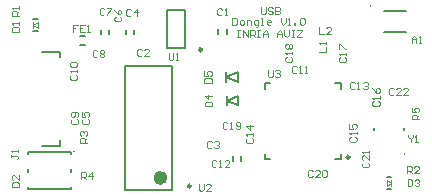
<source format=gto>
%FSAX44Y44*%
%MOMM*%
G71*
G01*
G75*
G04 Layer_Color=65535*
%ADD10R,0.6000X0.5000*%
%ADD11R,0.5000X0.6000*%
%ADD12R,2.1000X1.4750*%
%ADD13R,1.3800X0.4500*%
%ADD14R,1.9000X1.1750*%
%ADD15R,1.9000X2.3750*%
%ADD16R,0.7000X0.9000*%
%ADD17R,0.9000X0.7000*%
%ADD18O,1.8000X0.4500*%
%ADD19O,2.1000X0.3500*%
%ADD20R,0.6000X0.6000*%
%ADD21R,1.1500X1.4000*%
%ADD22R,1.0000X2.0000*%
%ADD23R,1.4000X0.7000*%
%ADD24O,0.8000X0.2000*%
%ADD25O,0.2000X0.8000*%
%ADD26R,4.6000X4.6000*%
%ADD27C,0.2000*%
%ADD28C,0.3000*%
%ADD29C,0.5000*%
%ADD30C,0.6000*%
%ADD31C,1.0160*%
G04:AMPARAMS|DCode=32|XSize=1.4mm|YSize=1.4mm|CornerRadius=0mm|HoleSize=0mm|Usage=FLASHONLY|Rotation=0.000|XOffset=0mm|YOffset=0mm|HoleType=Round|Shape=Relief|Width=0.15mm|Gap=0.15mm|Entries=4|*
%AMTHD32*
7,0,0,1.4000,1.1000,0.1500,45*
%
%ADD32THD32*%
%ADD33C,1.3000*%
%ADD34C,0.2500*%
%ADD35C,0.6000*%
%ADD36C,0.1250*%
D27*
X00588510Y00287260D02*
G03*
X00588510Y00287260I-00000010J00000000D01*
G01*
X00559510Y00412500D02*
G03*
X00559510Y00412500I-00000010J00000000D01*
G01*
X00309010Y00289250D02*
G03*
X00309010Y00289250I-00000010J00000000D01*
G01*
X00297000Y00369000D02*
Y00374000D01*
X00282000D02*
X00297000D01*
Y00294000D02*
Y00299000D01*
X00282000Y00294000D02*
X00297000D01*
X00314000Y00386750D02*
X00318000D01*
X00314000Y00379750D02*
X00318000D01*
X00338500Y00388500D02*
Y00392500D01*
X00331500Y00388500D02*
Y00392500D01*
X00359750Y00388500D02*
Y00392500D01*
X00352750Y00388500D02*
Y00392500D01*
X00387250Y00409000D02*
X00402750D01*
X00387250Y00377000D02*
X00402750D01*
X00387250D02*
Y00409000D01*
X00402750Y00377000D02*
Y00409000D01*
X00352000Y00362000D02*
X00392000D01*
X00352000Y00257000D02*
X00392000D01*
X00352000D02*
Y00362000D01*
X00392000Y00257000D02*
Y00362000D01*
X00437750Y00348250D02*
Y00356250D01*
X00447750Y00348250D02*
Y00356250D01*
X00437750Y00352250D02*
X00447750Y00348250D01*
X00437750Y00352250D02*
X00447750Y00356250D01*
X00438000Y00328500D02*
Y00336500D01*
X00448000Y00328500D02*
Y00336500D01*
X00438000Y00332500D02*
X00448000Y00328500D01*
X00438000Y00332500D02*
X00448000Y00336500D01*
X00588500Y00307250D02*
Y00309250D01*
X00562500Y00307250D02*
Y00309250D01*
X00571500Y00408500D02*
X00589500D01*
X00571500Y00390500D02*
X00589500D01*
X00270000Y00287250D02*
Y00289250D01*
X00306000D01*
Y00287250D02*
Y00289250D01*
Y00257250D02*
Y00259250D01*
X00270000Y00257250D02*
X00306000D01*
X00270000D02*
Y00259250D01*
X00306000Y00272250D02*
Y00274250D01*
X00270000Y00272250D02*
Y00274250D01*
X00450250Y00281250D02*
Y00285250D01*
X00443250Y00281250D02*
Y00285250D01*
X00431000Y00388750D02*
Y00392750D01*
X00438000Y00388750D02*
Y00392750D01*
X00274500Y00391250D02*
X00278500D01*
X00274500Y00401250D02*
X00278500D01*
X00573500Y00267750D02*
X00577500D01*
X00573500Y00257750D02*
X00577500D01*
X00534500Y00283000D02*
Y00287500D01*
X00530000Y00283000D02*
X00534500D01*
X00470500D02*
X00475000D01*
X00470500D02*
Y00287500D01*
Y00342500D02*
Y00347000D01*
X00475000D01*
X00534500Y00342500D02*
Y00347000D01*
X00530000D02*
X00534500D01*
D34*
X00417000Y00375500D02*
G03*
X00417000Y00375500I-00001250J00000000D01*
G01*
X00407750Y00260000D02*
G03*
X00407750Y00260000I-00001250J00000000D01*
G01*
X00542250Y00284500D02*
G03*
X00542250Y00284500I-00001250J00000000D01*
G01*
D35*
X00385000Y00267000D02*
G03*
X00385000Y00267000I-00003000J00000000D01*
G01*
D36*
X00274500Y00396250D02*
X00278500Y00398750D01*
Y00393750D02*
Y00398750D01*
X00274500Y00396250D02*
X00278500Y00393750D01*
X00274500Y00393750D02*
Y00398750D01*
X00573500Y00260250D02*
X00577500Y00262750D01*
X00573500Y00260250D02*
Y00265250D01*
X00577500Y00262750D01*
Y00260250D02*
Y00265250D01*
X00590750Y00270750D02*
Y00276748D01*
X00593749D01*
X00594749Y00275748D01*
Y00273749D01*
X00593749Y00272749D01*
X00590750D01*
X00592749D02*
X00594749Y00270750D01*
X00600747D02*
X00596748D01*
X00600747Y00274749D01*
Y00275748D01*
X00599747Y00276748D01*
X00597748D01*
X00596748Y00275748D01*
X00591250Y00265748D02*
Y00259750D01*
X00594249D01*
X00595249Y00260750D01*
Y00264748D01*
X00594249Y00265748D01*
X00591250D01*
X00597248Y00264748D02*
X00598248Y00265748D01*
X00600247D01*
X00601247Y00264748D01*
Y00263749D01*
X00600247Y00262749D01*
X00599247D01*
X00600247D01*
X00601247Y00261749D01*
Y00260750D01*
X00600247Y00259750D01*
X00598248D01*
X00597248Y00260750D01*
X00594750Y00381500D02*
Y00385499D01*
X00596749Y00387498D01*
X00598749Y00385499D01*
Y00381500D01*
Y00384499D01*
X00594750D01*
X00600748Y00381500D02*
X00602747D01*
X00601748D01*
Y00387498D01*
X00600748Y00386498D01*
X00366499Y00375248D02*
X00365499Y00376248D01*
X00363500D01*
X00362500Y00375248D01*
Y00371250D01*
X00363500Y00370250D01*
X00365499D01*
X00366499Y00371250D01*
X00372497Y00370250D02*
X00368498D01*
X00372497Y00374249D01*
Y00375248D01*
X00371497Y00376248D01*
X00369498D01*
X00368498Y00375248D01*
X00425499Y00296998D02*
X00424499Y00297998D01*
X00422500D01*
X00421500Y00296998D01*
Y00293000D01*
X00422500Y00292000D01*
X00424499D01*
X00425499Y00293000D01*
X00427498Y00296998D02*
X00428498Y00297998D01*
X00430497D01*
X00431497Y00296998D01*
Y00295999D01*
X00430497Y00294999D01*
X00429497D01*
X00430497D01*
X00431497Y00293999D01*
Y00293000D01*
X00430497Y00292000D01*
X00428498D01*
X00427498Y00293000D01*
X00434249Y00409498D02*
X00433249Y00410498D01*
X00431250D01*
X00430250Y00409498D01*
Y00405500D01*
X00431250Y00404500D01*
X00433249D01*
X00434249Y00405500D01*
X00436248Y00404500D02*
X00438247D01*
X00437248D01*
Y00410498D01*
X00436248Y00409498D01*
X00357249Y00409248D02*
X00356249Y00410248D01*
X00354250D01*
X00353250Y00409248D01*
Y00405250D01*
X00354250Y00404250D01*
X00356249D01*
X00357249Y00405250D01*
X00362247Y00404250D02*
Y00410248D01*
X00359248Y00407249D01*
X00363247D01*
X00316502Y00316749D02*
X00315502Y00315749D01*
Y00313750D01*
X00316502Y00312750D01*
X00320500D01*
X00321500Y00313750D01*
Y00315749D01*
X00320500Y00316749D01*
X00315502Y00322747D02*
Y00318748D01*
X00318501D01*
X00317501Y00320747D01*
Y00321747D01*
X00318501Y00322747D01*
X00320500D01*
X00321500Y00321747D01*
Y00319748D01*
X00320500Y00318748D01*
X00344002Y00403499D02*
X00343002Y00402499D01*
Y00400500D01*
X00344002Y00399500D01*
X00348000D01*
X00349000Y00400500D01*
Y00402499D01*
X00348000Y00403499D01*
X00343002Y00409497D02*
X00344002Y00407497D01*
X00346001Y00405498D01*
X00348000D01*
X00349000Y00406498D01*
Y00408497D01*
X00348000Y00409497D01*
X00347001D01*
X00346001Y00408497D01*
Y00405498D01*
X00334499Y00409998D02*
X00333499Y00410998D01*
X00331500D01*
X00330500Y00409998D01*
Y00406000D01*
X00331500Y00405000D01*
X00333499D01*
X00334499Y00406000D01*
X00336498Y00410998D02*
X00340497D01*
Y00409998D01*
X00336498Y00406000D01*
Y00405000D01*
X00328499Y00374248D02*
X00327499Y00375248D01*
X00325500D01*
X00324500Y00374248D01*
Y00370250D01*
X00325500Y00369250D01*
X00327499D01*
X00328499Y00370250D01*
X00330498Y00374248D02*
X00331498Y00375248D01*
X00333497D01*
X00334497Y00374248D01*
Y00373249D01*
X00333497Y00372249D01*
X00334497Y00371249D01*
Y00370250D01*
X00333497Y00369250D01*
X00331498D01*
X00330498Y00370250D01*
Y00371249D01*
X00331498Y00372249D01*
X00330498Y00373249D01*
Y00374248D01*
X00331498Y00372249D02*
X00333497D01*
X00307252Y00316749D02*
X00306252Y00315749D01*
Y00313750D01*
X00307252Y00312750D01*
X00311250D01*
X00312250Y00313750D01*
Y00315749D01*
X00311250Y00316749D01*
Y00318748D02*
X00312250Y00319748D01*
Y00321747D01*
X00311250Y00322747D01*
X00307252D01*
X00306252Y00321747D01*
Y00319748D01*
X00307252Y00318748D01*
X00308251D01*
X00309251Y00319748D01*
Y00322747D01*
X00306502Y00354249D02*
X00305502Y00353249D01*
Y00351250D01*
X00306502Y00350250D01*
X00310500D01*
X00311500Y00351250D01*
Y00353249D01*
X00310500Y00354249D01*
X00311500Y00356248D02*
Y00358247D01*
Y00357248D01*
X00305502D01*
X00306502Y00356248D01*
Y00361246D02*
X00305502Y00362246D01*
Y00364245D01*
X00306502Y00365245D01*
X00310500D01*
X00311500Y00364245D01*
Y00362246D01*
X00310500Y00361246D01*
X00306502D01*
X00553752Y00279999D02*
X00552752Y00278999D01*
Y00277000D01*
X00553752Y00276000D01*
X00557750D01*
X00558750Y00277000D01*
Y00278999D01*
X00557750Y00279999D01*
X00558750Y00285997D02*
Y00281998D01*
X00554751Y00285997D01*
X00553752D01*
X00552752Y00284997D01*
Y00282998D01*
X00553752Y00281998D01*
X00558750Y00287996D02*
Y00289995D01*
Y00288996D01*
X00552752D01*
X00553752Y00287996D01*
X00579749Y00342248D02*
X00578749Y00343248D01*
X00576750D01*
X00575750Y00342248D01*
Y00338250D01*
X00576750Y00337250D01*
X00578749D01*
X00579749Y00338250D01*
X00585747Y00337250D02*
X00581748D01*
X00585747Y00341249D01*
Y00342248D01*
X00584747Y00343248D01*
X00582748D01*
X00581748Y00342248D01*
X00591745Y00337250D02*
X00587746D01*
X00591745Y00341249D01*
Y00342248D01*
X00590745Y00343248D01*
X00588746D01*
X00587746Y00342248D01*
X00429249Y00280998D02*
X00428249Y00281998D01*
X00426250D01*
X00425250Y00280998D01*
Y00277000D01*
X00426250Y00276000D01*
X00428249D01*
X00429249Y00277000D01*
X00431248Y00276000D02*
X00433247D01*
X00432248D01*
Y00281998D01*
X00431248Y00280998D01*
X00440245Y00276000D02*
X00436246D01*
X00440245Y00279999D01*
Y00280998D01*
X00439245Y00281998D01*
X00437246D01*
X00436246Y00280998D01*
X00546499Y00346998D02*
X00545499Y00347998D01*
X00543500D01*
X00542500Y00346998D01*
Y00343000D01*
X00543500Y00342000D01*
X00545499D01*
X00546499Y00343000D01*
X00548498Y00342000D02*
X00550497D01*
X00549498D01*
Y00347998D01*
X00548498Y00346998D01*
X00553496D02*
X00554496Y00347998D01*
X00556496D01*
X00557495Y00346998D01*
Y00345999D01*
X00556496Y00344999D01*
X00555496D01*
X00556496D01*
X00557495Y00343999D01*
Y00343000D01*
X00556496Y00342000D01*
X00554496D01*
X00553496Y00343000D01*
X00455502Y00300749D02*
X00454502Y00299749D01*
Y00297750D01*
X00455502Y00296750D01*
X00459500D01*
X00460500Y00297750D01*
Y00299749D01*
X00459500Y00300749D01*
X00460500Y00302748D02*
Y00304747D01*
Y00303748D01*
X00454502D01*
X00455502Y00302748D01*
X00460500Y00310746D02*
X00454502D01*
X00457501Y00307746D01*
Y00311745D01*
X00543002Y00301749D02*
X00542002Y00300749D01*
Y00298750D01*
X00543002Y00297750D01*
X00547000D01*
X00548000Y00298750D01*
Y00300749D01*
X00547000Y00301749D01*
X00548000Y00303748D02*
Y00305747D01*
Y00304748D01*
X00542002D01*
X00543002Y00303748D01*
X00542002Y00312745D02*
Y00308746D01*
X00545001D01*
X00544001Y00310746D01*
Y00311745D01*
X00545001Y00312745D01*
X00547000D01*
X00548000Y00311745D01*
Y00309746D01*
X00547000Y00308746D01*
X00562502Y00331999D02*
X00561502Y00330999D01*
Y00329000D01*
X00562502Y00328000D01*
X00566500D01*
X00567500Y00329000D01*
Y00330999D01*
X00566500Y00331999D01*
X00567500Y00333998D02*
Y00335997D01*
Y00334998D01*
X00561502D01*
X00562502Y00333998D01*
X00561502Y00342995D02*
X00562502Y00340996D01*
X00564501Y00338996D01*
X00566500D01*
X00567500Y00339996D01*
Y00341996D01*
X00566500Y00342995D01*
X00565501D01*
X00564501Y00341996D01*
Y00338996D01*
X00534252Y00368999D02*
X00533252Y00367999D01*
Y00366000D01*
X00534252Y00365000D01*
X00538250D01*
X00539250Y00366000D01*
Y00367999D01*
X00538250Y00368999D01*
X00539250Y00370998D02*
Y00372997D01*
Y00371998D01*
X00533252D01*
X00534252Y00370998D01*
X00533252Y00375996D02*
Y00379995D01*
X00534252D01*
X00538250Y00375996D01*
X00539250D01*
X00488752Y00369499D02*
X00487752Y00368499D01*
Y00366500D01*
X00488752Y00365500D01*
X00492750D01*
X00493750Y00366500D01*
Y00368499D01*
X00492750Y00369499D01*
X00493750Y00371498D02*
Y00373497D01*
Y00372498D01*
X00487752D01*
X00488752Y00371498D01*
Y00376496D02*
X00487752Y00377496D01*
Y00379496D01*
X00488752Y00380495D01*
X00489751D01*
X00490751Y00379496D01*
X00491751Y00380495D01*
X00492750D01*
X00493750Y00379496D01*
Y00377496D01*
X00492750Y00376496D01*
X00491751D01*
X00490751Y00377496D01*
X00489751Y00376496D01*
X00488752D01*
X00490751Y00377496D02*
Y00379496D01*
X00256002Y00259250D02*
X00262000D01*
Y00262249D01*
X00261000Y00263249D01*
X00257002D01*
X00256002Y00262249D01*
Y00259250D01*
X00262000Y00269247D02*
Y00265248D01*
X00258001Y00269247D01*
X00257002D01*
X00256002Y00268247D01*
Y00266248D01*
X00257002Y00265248D01*
X00256252Y00390750D02*
X00262250D01*
Y00393749D01*
X00261250Y00394749D01*
X00257252D01*
X00256252Y00393749D01*
Y00390750D01*
X00262250Y00396748D02*
Y00398747D01*
Y00397748D01*
X00256252D01*
X00257252Y00396748D01*
X00419502Y00327500D02*
X00425500D01*
Y00330499D01*
X00424500Y00331499D01*
X00420502D01*
X00419502Y00330499D01*
Y00327500D01*
X00425500Y00336497D02*
X00419502D01*
X00422501Y00333498D01*
Y00337497D01*
X00419252Y00347500D02*
X00425250D01*
Y00350499D01*
X00424250Y00351499D01*
X00420252D01*
X00419252Y00350499D01*
Y00347500D01*
Y00357497D02*
Y00353498D01*
X00422251D01*
X00421251Y00355497D01*
Y00356497D01*
X00422251Y00357497D01*
X00424250D01*
X00425250Y00356497D01*
Y00354498D01*
X00424250Y00353498D01*
X00311999Y00396748D02*
X00308000D01*
Y00393749D01*
X00309999D01*
X00308000D01*
Y00390750D01*
X00317997Y00396748D02*
X00313998D01*
Y00390750D01*
X00317997D01*
X00313998Y00393749D02*
X00315997D01*
X00319996Y00390750D02*
X00321996D01*
X00320996D01*
Y00396748D01*
X00319996Y00395748D01*
X00255502Y00286749D02*
Y00284749D01*
Y00285749D01*
X00260500D01*
X00261500Y00284749D01*
Y00283750D01*
X00260500Y00282750D01*
X00261500Y00288748D02*
Y00290747D01*
Y00289748D01*
X00255502D01*
X00256502Y00288748D01*
X00516500Y00394498D02*
Y00388500D01*
X00520499D01*
X00526497D02*
X00522498D01*
X00526497Y00392499D01*
Y00393498D01*
X00525497Y00394498D01*
X00523498D01*
X00522498Y00393498D01*
X00262500Y00404250D02*
X00256502D01*
Y00407249D01*
X00257502Y00408249D01*
X00259501D01*
X00260501Y00407249D01*
Y00404250D01*
Y00406249D02*
X00262500Y00408249D01*
Y00410248D02*
Y00412247D01*
Y00411248D01*
X00256502D01*
X00257502Y00410248D01*
X00320000Y00296750D02*
X00314002D01*
Y00299749D01*
X00315002Y00300749D01*
X00317001D01*
X00318001Y00299749D01*
Y00296750D01*
Y00298749D02*
X00320000Y00300749D01*
X00315002Y00302748D02*
X00314002Y00303748D01*
Y00305747D01*
X00315002Y00306747D01*
X00316001D01*
X00317001Y00305747D01*
Y00304747D01*
Y00305747D01*
X00318001Y00306747D01*
X00319000D01*
X00320000Y00305747D01*
Y00303748D01*
X00319000Y00302748D01*
X00314750Y00265750D02*
Y00271748D01*
X00317749D01*
X00318749Y00270748D01*
Y00268749D01*
X00317749Y00267749D01*
X00314750D01*
X00316749D02*
X00318749Y00265750D01*
X00323747D02*
Y00271748D01*
X00320748Y00268749D01*
X00324747D01*
X00601000Y00316500D02*
X00595002D01*
Y00319499D01*
X00596002Y00320499D01*
X00598001D01*
X00599001Y00319499D01*
Y00316500D01*
Y00318499D02*
X00601000Y00320499D01*
X00595002Y00326497D02*
Y00322498D01*
X00598001D01*
X00597001Y00324497D01*
Y00325497D01*
X00598001Y00326497D01*
X00600000D01*
X00601000Y00325497D01*
Y00323498D01*
X00600000Y00322498D01*
X00389000Y00372998D02*
Y00368000D01*
X00390000Y00367000D01*
X00391999D01*
X00392999Y00368000D01*
Y00372998D01*
X00394998Y00367000D02*
X00396997D01*
X00395998D01*
Y00372998D01*
X00394998Y00371998D01*
X00414500Y00262248D02*
Y00257250D01*
X00415500Y00256250D01*
X00417499D01*
X00418499Y00257250D01*
Y00262248D01*
X00424497Y00256250D02*
X00420498D01*
X00424497Y00260249D01*
Y00261248D01*
X00423497Y00262248D01*
X00421498D01*
X00420498Y00261248D01*
X00591750Y00302998D02*
Y00301998D01*
X00593749Y00299999D01*
X00595749Y00301998D01*
Y00302998D01*
X00593749Y00299999D02*
Y00297000D01*
X00597748D02*
X00599747D01*
X00598748D01*
Y00302998D01*
X00597748Y00301998D01*
X00497499Y00360498D02*
X00496499Y00361498D01*
X00494500D01*
X00493500Y00360498D01*
Y00356500D01*
X00494500Y00355500D01*
X00496499D01*
X00497499Y00356500D01*
X00499498Y00355500D02*
X00501497D01*
X00500498D01*
Y00361498D01*
X00499498Y00360498D01*
X00504496Y00355500D02*
X00506496D01*
X00505496D01*
Y00361498D01*
X00504496Y00360498D01*
X00516502Y00374000D02*
X00522500D01*
Y00377999D01*
Y00379998D02*
Y00381997D01*
Y00380998D01*
X00516502D01*
X00517502Y00379998D01*
X00510749Y00272498D02*
X00509749Y00273498D01*
X00507750D01*
X00506750Y00272498D01*
Y00268500D01*
X00507750Y00267500D01*
X00509749D01*
X00510749Y00268500D01*
X00516747Y00267500D02*
X00512748D01*
X00516747Y00271499D01*
Y00272498D01*
X00515747Y00273498D01*
X00513748D01*
X00512748Y00272498D01*
X00518746D02*
X00519746Y00273498D01*
X00521745D01*
X00522745Y00272498D01*
Y00268500D01*
X00521745Y00267500D01*
X00519746D01*
X00518746Y00268500D01*
Y00272498D01*
X00438749Y00313248D02*
X00437749Y00314248D01*
X00435750D01*
X00434750Y00313248D01*
Y00309250D01*
X00435750Y00308250D01*
X00437749D01*
X00438749Y00309250D01*
X00440748Y00308250D02*
X00442747D01*
X00441748D01*
Y00314248D01*
X00440748Y00313248D01*
X00445746Y00309250D02*
X00446746Y00308250D01*
X00448745D01*
X00449745Y00309250D01*
Y00313248D01*
X00448745Y00314248D01*
X00446746D01*
X00445746Y00313248D01*
Y00312249D01*
X00446746Y00311249D01*
X00449745D01*
X00473000Y00358498D02*
Y00353500D01*
X00474000Y00352500D01*
X00475999D01*
X00476999Y00353500D01*
Y00358498D01*
X00478998Y00357498D02*
X00479998Y00358498D01*
X00481997D01*
X00482997Y00357498D01*
Y00356499D01*
X00481997Y00355499D01*
X00480997D01*
X00481997D01*
X00482997Y00354499D01*
Y00353500D01*
X00481997Y00352500D01*
X00479998D01*
X00478998Y00353500D01*
X00447000Y00391998D02*
X00448999D01*
X00448000D01*
Y00386000D01*
X00447000D01*
X00448999D01*
X00451998D02*
Y00391998D01*
X00455997Y00386000D01*
Y00391998D01*
X00457996Y00386000D02*
Y00391998D01*
X00460995D01*
X00461995Y00390998D01*
Y00388999D01*
X00460995Y00387999D01*
X00457996D01*
X00459996D02*
X00461995Y00386000D01*
X00463994Y00391998D02*
X00465994D01*
X00464994D01*
Y00386000D01*
X00463994D01*
X00465994D01*
X00468993D02*
Y00389999D01*
X00470992Y00391998D01*
X00472992Y00389999D01*
Y00386000D01*
Y00388999D01*
X00468993D01*
X00480989Y00386000D02*
Y00389999D01*
X00482988Y00391998D01*
X00484988Y00389999D01*
Y00386000D01*
Y00388999D01*
X00480989D01*
X00486987Y00391998D02*
Y00387999D01*
X00488986Y00386000D01*
X00490986Y00387999D01*
Y00391998D01*
X00492985D02*
X00494985D01*
X00493985D01*
Y00386000D01*
X00492985D01*
X00494985D01*
X00497984Y00391998D02*
X00501982D01*
Y00390998D01*
X00497984Y00387000D01*
Y00386000D01*
X00501982D01*
X00443000Y00402748D02*
Y00396750D01*
X00445999D01*
X00446999Y00397750D01*
Y00401748D01*
X00445999Y00402748D01*
X00443000D01*
X00449998Y00396750D02*
X00451997D01*
X00452997Y00397750D01*
Y00399749D01*
X00451997Y00400749D01*
X00449998D01*
X00448998Y00399749D01*
Y00397750D01*
X00449998Y00396750D01*
X00454996D02*
Y00400749D01*
X00457995D01*
X00458995Y00399749D01*
Y00396750D01*
X00462994Y00394751D02*
X00463993D01*
X00464993Y00395750D01*
Y00400749D01*
X00461994D01*
X00460994Y00399749D01*
Y00397750D01*
X00461994Y00396750D01*
X00464993D01*
X00466992D02*
X00468992D01*
X00467992D01*
Y00402748D01*
X00466992D01*
X00474990Y00396750D02*
X00472990D01*
X00471991Y00397750D01*
Y00399749D01*
X00472990Y00400749D01*
X00474990D01*
X00475989Y00399749D01*
Y00398749D01*
X00471991D01*
X00483987Y00402748D02*
Y00398749D01*
X00485986Y00396750D01*
X00487985Y00398749D01*
Y00402748D01*
X00489985Y00396750D02*
X00491984D01*
X00490984D01*
Y00402748D01*
X00489985Y00401748D01*
X00494983Y00396750D02*
Y00397750D01*
X00495983D01*
Y00396750D01*
X00494983D01*
X00499981Y00401748D02*
X00500981Y00402748D01*
X00502980D01*
X00503980Y00401748D01*
Y00397750D01*
X00502980Y00396750D01*
X00500981D01*
X00499981Y00397750D01*
Y00401748D01*
X00467000Y00411498D02*
Y00406500D01*
X00468000Y00405500D01*
X00469999D01*
X00470999Y00406500D01*
Y00411498D01*
X00476997Y00410498D02*
X00475997Y00411498D01*
X00473998D01*
X00472998Y00410498D01*
Y00409499D01*
X00473998Y00408499D01*
X00475997D01*
X00476997Y00407499D01*
Y00406500D01*
X00475997Y00405500D01*
X00473998D01*
X00472998Y00406500D01*
X00478996Y00411498D02*
Y00405500D01*
X00481995D01*
X00482995Y00406500D01*
Y00407499D01*
X00481995Y00408499D01*
X00478996D01*
X00481995D01*
X00482995Y00409499D01*
Y00410498D01*
X00481995Y00411498D01*
X00478996D01*
M02*

</source>
